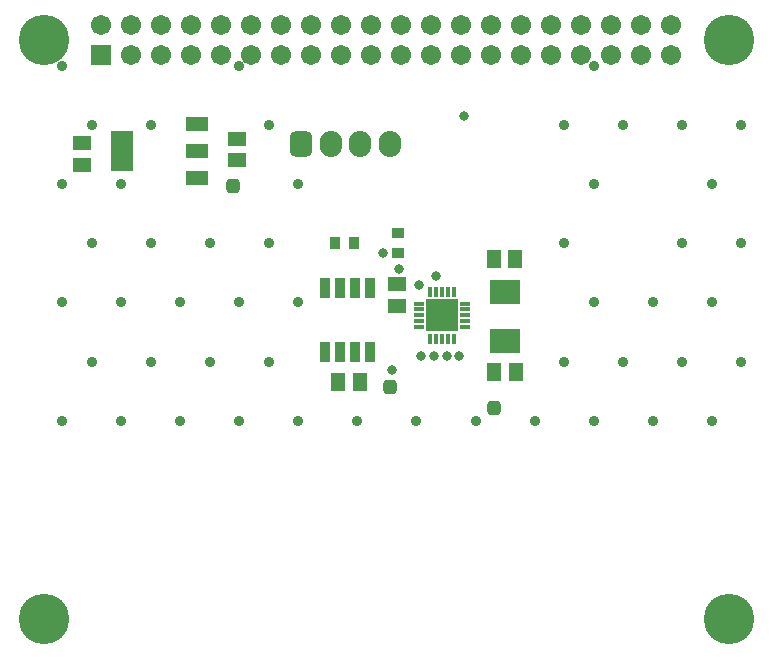
<source format=gts>
G04*
G04 #@! TF.GenerationSoftware,Altium Limited,Altium Designer,21.4.1 (30)*
G04*
G04 Layer_Color=8388736*
%FSLAX25Y25*%
%MOIN*%
G70*
G04*
G04 #@! TF.SameCoordinates,4DB3B217-B7BD-441B-8BB1-1C5CD1DCED83*
G04*
G04*
G04 #@! TF.FilePolarity,Negative*
G04*
G01*
G75*
%ADD27R,0.06115X0.04737*%
%ADD28R,0.10642X0.10642*%
%ADD29R,0.01732X0.03425*%
%ADD30R,0.03425X0.01732*%
G04:AMPARAMS|DCode=31|XSize=47.37mil|YSize=47.37mil|CornerRadius=13.84mil|HoleSize=0mil|Usage=FLASHONLY|Rotation=90.000|XOffset=0mil|YOffset=0mil|HoleType=Round|Shape=RoundedRectangle|*
%AMROUNDEDRECTD31*
21,1,0.04737,0.01968,0,0,90.0*
21,1,0.01968,0.04737,0,0,90.0*
1,1,0.02769,0.00984,0.00984*
1,1,0.02769,0.00984,-0.00984*
1,1,0.02769,-0.00984,-0.00984*
1,1,0.02769,-0.00984,0.00984*
%
%ADD31ROUNDEDRECTD31*%
%ADD32R,0.04737X0.06115*%
%ADD33R,0.10249X0.08280*%
%ADD34R,0.03556X0.06902*%
%ADD35R,0.04147X0.03556*%
%ADD36R,0.03556X0.04147*%
%ADD37R,0.07690X0.13398*%
%ADD38R,0.07690X0.04540*%
%ADD39C,0.06706*%
%ADD40R,0.06706X0.06706*%
%ADD41C,0.16800*%
%ADD42O,0.07493X0.08674*%
G04:AMPARAMS|DCode=43|XSize=74.93mil|YSize=86.74mil|CornerRadius=20.73mil|HoleSize=0mil|Usage=FLASHONLY|Rotation=0.000|XOffset=0mil|YOffset=0mil|HoleType=Round|Shape=RoundedRectangle|*
%AMROUNDEDRECTD43*
21,1,0.07493,0.04528,0,0,0.0*
21,1,0.03347,0.08674,0,0,0.0*
1,1,0.04146,0.01673,-0.02264*
1,1,0.04146,-0.01673,-0.02264*
1,1,0.04146,-0.01673,0.02264*
1,1,0.04146,0.01673,0.02264*
%
%ADD43ROUNDEDRECTD43*%
%ADD44C,0.03556*%
%ADD45C,0.03162*%
D27*
X131400Y116917D02*
D03*
Y124200D02*
D03*
X26400Y164058D02*
D03*
Y171342D02*
D03*
X78000Y172742D02*
D03*
Y165458D02*
D03*
D28*
X146236Y113837D02*
D03*
D29*
X142299Y121573D02*
D03*
X150173D02*
D03*
X148205D02*
D03*
X146236D02*
D03*
X144268D02*
D03*
X142299Y106101D02*
D03*
X150173D02*
D03*
X148205D02*
D03*
X146236D02*
D03*
X144268D02*
D03*
D30*
X138500Y109900D02*
D03*
Y117774D02*
D03*
Y115805D02*
D03*
Y113837D02*
D03*
Y111869D02*
D03*
X153972Y109900D02*
D03*
Y117774D02*
D03*
Y115805D02*
D03*
Y113837D02*
D03*
Y111869D02*
D03*
D31*
X163600Y82800D02*
D03*
X76800Y156800D02*
D03*
X128900Y90000D02*
D03*
D32*
X170783Y132700D02*
D03*
X163500D02*
D03*
X171042Y94900D02*
D03*
X163758D02*
D03*
X118885Y91547D02*
D03*
X111602D02*
D03*
D33*
X167400Y105329D02*
D03*
Y121471D02*
D03*
D34*
X107200Y101643D02*
D03*
X112200D02*
D03*
X117200D02*
D03*
X122200D02*
D03*
Y123100D02*
D03*
X117200D02*
D03*
X112200D02*
D03*
X107200D02*
D03*
D35*
X131500Y134700D02*
D03*
Y141196D02*
D03*
D36*
X110552Y138000D02*
D03*
X117048D02*
D03*
D37*
X39698Y168600D02*
D03*
D38*
X64502Y177655D02*
D03*
Y168600D02*
D03*
Y159545D02*
D03*
D39*
X222673Y210500D02*
D03*
Y200500D02*
D03*
X212673Y210500D02*
D03*
Y200500D02*
D03*
X202673Y210500D02*
D03*
Y200500D02*
D03*
X192673Y210500D02*
D03*
Y200500D02*
D03*
X182673Y210500D02*
D03*
Y200500D02*
D03*
X172673Y210500D02*
D03*
Y200500D02*
D03*
X162673Y210500D02*
D03*
Y200500D02*
D03*
X152673Y210500D02*
D03*
Y200500D02*
D03*
X142673Y210500D02*
D03*
Y200500D02*
D03*
X132673Y210500D02*
D03*
Y200500D02*
D03*
X122673Y210500D02*
D03*
Y200500D02*
D03*
X112673Y210500D02*
D03*
Y200500D02*
D03*
X102673Y210500D02*
D03*
Y200500D02*
D03*
X92673Y210500D02*
D03*
Y200500D02*
D03*
X82673Y210500D02*
D03*
Y200500D02*
D03*
X72673Y210500D02*
D03*
Y200500D02*
D03*
X62673Y210500D02*
D03*
Y200500D02*
D03*
X52673Y210500D02*
D03*
Y200500D02*
D03*
X42673Y210500D02*
D03*
Y200500D02*
D03*
X32673Y210500D02*
D03*
D40*
Y200500D02*
D03*
D41*
X241846Y12587D02*
D03*
X13500D02*
D03*
Y205500D02*
D03*
X241846D02*
D03*
D42*
X128885Y171100D02*
D03*
X119043D02*
D03*
X109200D02*
D03*
D43*
X99357D02*
D03*
D44*
X187008Y137795D02*
D03*
Y177165D02*
D03*
X246063D02*
D03*
X236221Y157480D02*
D03*
X246063Y137795D02*
D03*
X236221Y118110D02*
D03*
X246063Y98425D02*
D03*
X236221Y78740D02*
D03*
X226378Y177165D02*
D03*
Y137795D02*
D03*
X216535Y118110D02*
D03*
X226378Y98425D02*
D03*
X216535Y78740D02*
D03*
X196850Y196850D02*
D03*
X206693Y177165D02*
D03*
X196850Y157480D02*
D03*
Y118110D02*
D03*
X206693Y98425D02*
D03*
X196850Y78740D02*
D03*
X187008Y98425D02*
D03*
X177165Y78740D02*
D03*
X157480D02*
D03*
X137795D02*
D03*
X118110D02*
D03*
X98425Y157480D02*
D03*
Y118110D02*
D03*
Y78740D02*
D03*
X78740Y196850D02*
D03*
X88583Y177165D02*
D03*
Y137795D02*
D03*
X78740Y118110D02*
D03*
X88583Y98425D02*
D03*
X78740Y78740D02*
D03*
X68898Y137795D02*
D03*
X59055Y118110D02*
D03*
X68898Y98425D02*
D03*
X59055Y78740D02*
D03*
X49213Y177165D02*
D03*
X39370Y157480D02*
D03*
X49213Y137795D02*
D03*
X39370Y118110D02*
D03*
X49213Y98425D02*
D03*
X39370Y78740D02*
D03*
X19685Y196850D02*
D03*
X29528Y177165D02*
D03*
X19685Y157480D02*
D03*
X29528Y137795D02*
D03*
X19685Y118110D02*
D03*
X29528Y98425D02*
D03*
X19685Y78740D02*
D03*
D45*
X132000Y129200D02*
D03*
X148023Y100377D02*
D03*
X143800Y100300D02*
D03*
X152100Y100400D02*
D03*
X148800Y116100D02*
D03*
X144300Y111800D02*
D03*
Y116100D02*
D03*
X153569Y180300D02*
D03*
X148969Y111800D02*
D03*
X144369Y126800D02*
D03*
X139200Y100300D02*
D03*
X138500Y124100D02*
D03*
X129600Y95500D02*
D03*
X126700Y134600D02*
D03*
M02*

</source>
